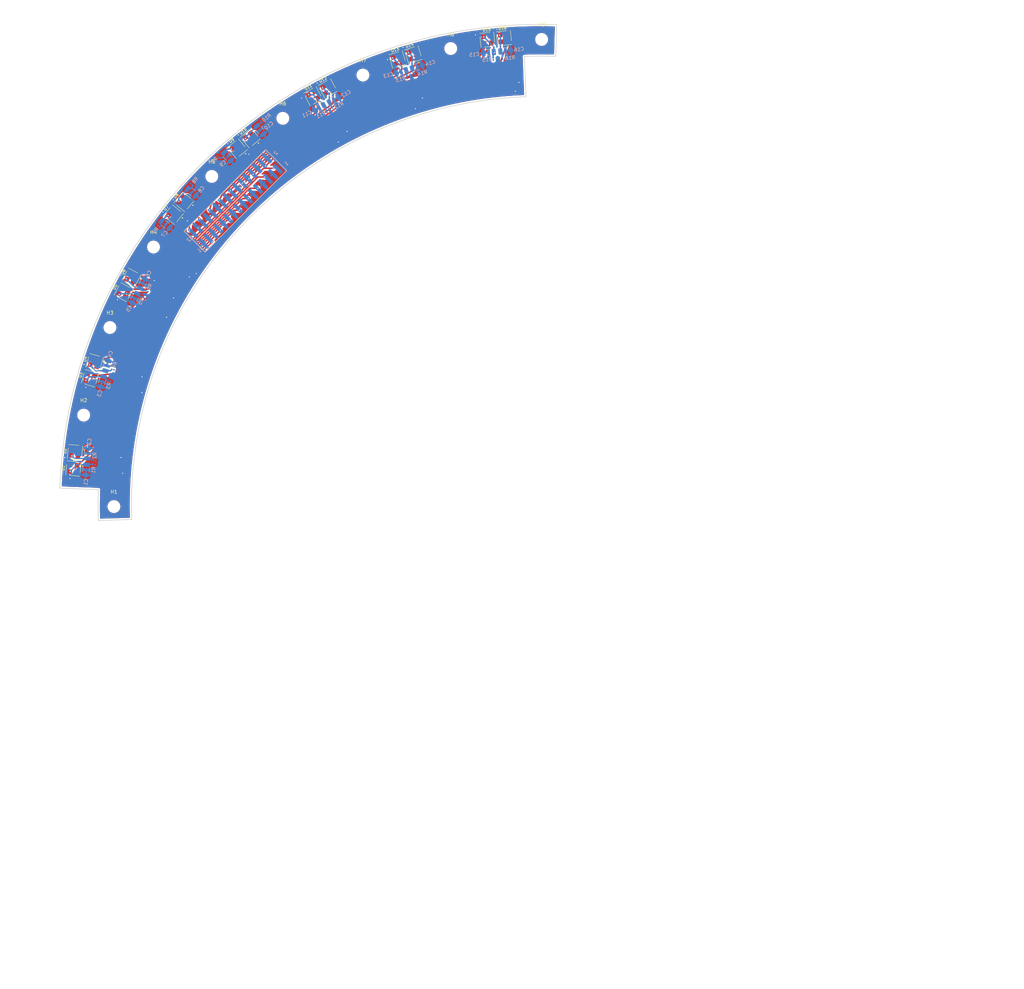
<source format=kicad_pcb>
(kicad_pcb (version 20240108) (generator "pcbnew") (generator_version "8.0")
  (layers (0 "F.Cu" signal) (1 "In1.Cu" signal) (2 "In2.Cu" signal) (31 "B.Cu" signal) (34 "B.Paste" user) (35 "F.Paste" user) (36 "B.SilkS" user "B.Silkscreen") (37 "F.SilkS" user "F.Silkscreen") (38 "B.Mask" user) (39 "F.Mask" user) (44 "Edge.Cuts" user))
  (net 0 "")
  (net 1 "Net-(C1-Pad1)")
  (net 2 "GND")
  (net 4 "PW_2")
  (net 8 "PW_1")
  (net 20 "+HV")
  (net 23 "Net-(C2-Pad1)")
  (net 24 "unconnected-(U2-Pad4)")
  (net 25 "Net-(C3-Pad1)")
  (net 26 "Net-(C4-Pad1)")
  (net 27 "Net-(C5-Pad1)")
  (net 28 "Net-(C6-Pad1)")
  (net 29 "Net-(C7-Pad1)")
  (net 30 "Net-(C8-Pad1)")
  (net 31 "Net-(C9-Pad1)")
  (net 32 "Net-(C10-Pad1)")
  (net 33 "Net-(C11-Pad1)")
  (net 34 "Net-(C12-Pad1)")
  (net 35 "Net-(C13-Pad1)")
  (net 36 "Net-(C14-Pad1)")
  (net 37 "Net-(C15-Pad1)")
  (net 38 "Net-(C16-Pad1)")
  (net 39 "PW_13")
  (net 40 "PW_16")
  (net 41 "PW_5")
  (net 42 "PW_6")
  (net 43 "PW_11")
  (net 44 "PW_15")
  (net 45 "PW_3")
  (net 46 "PW_10")
  (net 47 "PW_12")
  (net 48 "PW_9")
  (net 49 "PW_14")
  (net 50 "PW_4")
  (net 51 "PW_8")
  (net 52 "PW_7")
  (footprint "SiPM_Onsemi:XDCR_MICROFC-30035-SMT-TR1" (layer "F.Cu") (at 147.960494 42.343192 106.85)
    (property "Reference" "U13")
    (property "Value" "MICROFC-30035-SMT-TR1" (hide yes))
  )
  (footprint "SiPM_Onsemi:XDCR_MICROFC-30035-SMT-TR1" (layer "F.Cu") (at 72.064805 104.563514 151.85)
    (property "Reference" "U6")
    (property "Value" "MICROFC-30035-SMT-TR1" (hide yes))
  )
  (footprint "SiPM_Onsemi:XDCR_MICROFC-30035-SMT-TR1" (layer "F.Cu") (at 87.017549 82.967126 140.6)
    (property "Reference" "U8")
    (property "Value" "MICROFC-30035-SMT-TR1" (hide yes))
  )
  (footprint "MountingHole:MountingHole_3.2mm_M3" (layer "F.Cu") (at 189.076109 36.610472)
    (property "Reference" "H9")
    (property "Value" "MountingHole")
  )
  (footprint "MountingHole:MountingHole_3.2mm_M3" (layer "F.Cu") (at 58.447621 143.774129)
    (property "Reference" "H2")
    (property "Value" "MountingHole")
  )
  (footprint "SiPM_Onsemi:XDCR_MICROFC-30035-SMT-TR1" (layer "F.Cu") (at 123.897225 52.799477 118.1)
    (property "Reference" "U11")
    (property "Value" "MICROFC-30035-SMT-TR1" (hide yes))
  )
  (footprint "SiPM_Onsemi:XDCR_MICROFC-30035-SMT-TR1" (layer "F.Cu") (at 178.339499 36.227902 95.6)
    (property "Reference" "U16")
    (property "Value" "MICROFC-30035-SMT-TR1" (hide yes))
  )
  (footprint "MountingHole:MountingHole_3.2mm_M3" (layer "F.Cu") (at 138.101668 46.77424)
    (property "Reference" "H7")
    (property "Value" "MountingHole")
  )
  (footprint "MountingHole:MountingHole_3.2mm_M3" (layer "F.Cu") (at 78.367506 95.825704)
    (property "Reference" "H4")
    (property "Value" "MountingHole")
  )
  (footprint "SiPM_Onsemi:XDCR_MICROFC-30035-SMT-TR1" (layer "F.Cu") (at 152.466846 40.94296 106.85)
    (property "Reference" "U14")
    (property "Value" "MICROFC-30035-SMT-TR1" (hide yes))
  )
  (footprint "SiPM_Onsemi:XDCR_MICROFC-30035-SMT-TR1" (layer "F.Cu") (at 84.04165 86.595814 140.6)
    (property "Reference" "U7")
    (property "Value" "MICROFC-30035-SMT-TR1" (hide yes))
  )
  (footprint "SiPM_Onsemi:XDCR_MICROFC-30035-SMT-TR1" (layer "F.Cu") (at 173.600389 36.68935 95.6)
    (property "Reference" "U15")
    (property "Value" "MICROFC-30035-SMT-TR1" (hide yes))
  )
  (footprint "MountingHole:MountingHole_3.2mm_M3" (layer "F.Cu") (at 115.249462 59.112128)
    (property "Reference" "H6")
    (property "Value" "MountingHole")
  )
  (footprint "SiPM_Onsemi:XDCR_MICROFC-30035-SMT-TR1" (layer "F.Cu") (at 128.039263 50.574328 118.1)
    (property "Reference" "U12")
    (property "Value" "MICROFC-30035-SMT-TR1" (hide yes))
  )
  (footprint "SiPM_Onsemi:XDCR_MICROFC-30035-SMT-TR1" (layer "F.Cu") (at 60.267027 133.256102 164.1)
    (property "Reference" "U3")
    (property "Value" "MICROFC-30035-SMT-TR1" (hide yes))
  )
  (footprint "SiPM_Onsemi:XDCR_MICROFC-30035-SMT-TR1" (layer "F.Cu") (at 55.959496 154.349003 174.4)
    (property "Reference" "U2")
    (property "Value" "MICROFC-30035-SMT-TR1" (hide yes))
  )
  (footprint "MountingHole:MountingHole_3.2mm_M3" (layer "F.Cu") (at 163.152558 39.207572)
    (property "Reference" "H8")
    (property "Value" "MountingHole")
  )
  (footprint "SiPM_Onsemi:XDCR_MICROFC-30035-SMT-TR1" (layer "F.Cu") (at 69.846413 108.709675 151.85)
    (property "Reference" "U5")
    (property "Value" "MICROFC-30035-SMT-TR1" (hide yes))
  )
  (footprint "SiPM_Onsemi:XDCR_MICROFC-30035-SMT-TR1" (layer "F.Cu") (at 105.948941 64.733666 129.35)
    (property "Reference" "U10")
    (property "Value" "MICROFC-30035-SMT-TR1" (hide yes))
  )
  (footprint "SiPM_Onsemi:XDCR_MICROFC-30035-SMT-TR1" (layer "F.Cu") (at 102.272635 67.765432 129.35)
    (property "Reference" "U9")
    (property "Value" "MICROFC-30035-SMT-TR1" (hide yes))
  )
  (footprint "MountingHole:MountingHole_3.2mm_M3" (layer "F.Cu") (at 94.99423 75.689761)
    (property "Reference" "H5")
    (property "Value" "MountingHole")
  )
  (footprint "MountingHole:MountingHole_3.2mm_M3" (layer "F.Cu") (at 67.076109 169.860472)
    (property "Reference" "H1")
    (property "Value" "MountingHole")
  )
  (footprint "MountingHole:MountingHole_3.2mm_M3" (layer "F.Cu") (at 65.939743 118.7887)
    (property "Reference" "H3")
    (property "Value" "MountingHole")
  )
  (footprint "SiPM_Onsemi:XDCR_MICROFC-30035-SMT-TR1" (layer "F.Cu") (at 61.550762 128.697028 164.1)
    (property "Reference" "U4")
    (property "Value" "MICROFC-30035-SMT-TR1" (hide yes))
  )
  (footprint "SiPM_Onsemi:XDCR_MICROFC-30035-SMT-TR1" (layer "F.Cu") (at 55.502195 159.003395 174.4)
    (property "Reference" "U1")
    (property "Value" "MICROFC-30035-SMT-TR1" (hide yes))
  )
  (footprint "Capacitor_SMD:C_1206_3216Metric" (layer "B.Cu") (at 178.793944 39.894801 5.601)
    (property "Reference" "C16")
    (property "Value" "100n/50V")
  )
  (footprint "Capacitor_SMD:C_1206_3216Metric" (layer "B.Cu") (at 99.419339 70.032967 -50.65)
    (property "Reference" "C9")
    (property "Value" "100n/50V")
  )
  (footprint "Resistor_SMD:R_0201_0603Metric" (layer "B.Cu") (at 152.961768 46.789088 106.851)
    (property "Reference" "R14")
    (property "Value" "1K" (hide yes))
  )
  (footprint "Resistor_SMD:R_0201_0603Metric" (layer "B.Cu") (at 61.394555 157.839129 174.35)
    (property "Reference" "R1")
    (property "Value" "1K" (hide yes))
  )
  (footprint "Capacitor_SMD:C_1206_3216Metric" (layer "B.Cu") (at 59.604909 154.671582 84.351)
    (property "Reference" "C2")
    (property "Value" "100n/50V" (hide yes))
  )
  (footprint "Capacitor_SMD:C_1206_3216Metric" (layer "B.Cu") (at 89.298792 80.169677 -39.4)
    (property "Reference" "C8")
    (property "Value" "100n/50V")
  )
  (footprint "Resistor_SMD:R_0201_0603Metric" (layer "B.Cu") (at 177.896245 41.931547 95.6)
    (property "Reference" "R16")
    (property "Value" "1K")
  )
  (footprint "Resistor_SMD:R_0201_0603Metric" (layer "B.Cu") (at 96.794858 70.127256 -50.65)
    (property "Reference" "R9")
    (property "Value" "1K")
  )
  (footprint "Capacitor_SMD:C_1206_3216Metric" (layer "B.Cu") (at 153.541594 44.458026 16.85)
    (property "Reference" "C14")
    (property "Value" "100n/50V")
  )
  (footprint "Resistor_SMD:R_0201_0603Metric" (layer "B.Cu") (at 175.272687 42.180748 95.6)
    (property "Reference" "R15")
    (property "Value" "1K")
  )
  (footprint "Resistor_SMD:R_0201_0603Metric" (layer "B.Cu") (at 129.576109 56.360472 118.1)
    (property "Reference" "R12")
    (property "Value" "1K" (hide yes))
  )
  (footprint "Resistor_SMD:R_0201_0603Metric" (layer "B.Cu") (at 75.347276 110.217626 151.85)
    (property "Reference" "R5")
    (property "Value" "1K")
  )
  (footprint "Capacitor_SMD:C_1206_3216Metric" (layer "B.Cu") (at 75.267405 106.264103 61.85)
    (property "Reference" "C6")
    (property "Value" "100n/50V")
  )
  (footprint "Capacitor_SMD:C_1206_3216Metric" (layer "B.Cu") (at 73.012921 110.43997 -118.15)
    (property "Reference" "C5")
    (property "Value" "100n/50V")
  )
  (footprint "Resistor_SMD:R_0201_0603Metric" (layer "B.Cu") (at 76.452515 108.369209 151.85)
    (property "Reference" "R6")
    (property "Value" "1K")
  )
  (footprint "Capacitor_SMD:C_1206_3216Metric" (layer "B.Cu") (at 63.726765 134.250515 -105.9)
    (property "Reference" "C3")
    (property "Value" "100n/50V")
  )
  (footprint "Capacitor_SMD:C_1206_3216Metric" (layer "B.Cu") (at 129.829487 53.819538 28.1)
    (property "Reference" "C12")
    (property "Value" "100n/50V")
  )
  (footprint "Resistor_SMD:R_0201_0603Metric" (layer "B.Cu") (at 65.835213 134.103626 164.1)
    (property "Reference" "R3")
    (property "Value" "1K")
  )
  (footprint "Capacitor_SMD:C_1206_3216Metric" (layer "B.Cu") (at 108.750802 62.46423 -50.65)
    (property "Reference" "C10")
    (property "Value" "100n/50V")
  )
  (footprint "Resistor_SMD:R_0201_0603Metric" (layer "B.Cu") (at 89.208077 77.880946 -39.4)
    (property "Reference" "R8")
    (property "Value" "1K")
  )
  (footprint "Resistor_SMD:R_0201_0603Metric" (layer "B.Cu") (at 127.748936 57.273441 118.9)
    (property "Reference" "R11")
    (property "Value" "1K")
  )
  (footprint "Resistor_SMD:R_0201_0603Metric" (layer "B.Cu") (at 109.158934 60.03221 -50.65)
    (property "Reference" "R10")
    (property "Value" "1K")
  )
  (footprint "Resistor_SMD:R_0201_0603Metric" (layer "B.Cu") (at 66.768352 130.772806 164.1)
    (property "Reference" "R4")
    (property "Value" "1K")
  )
  (footprint "Capacitor_SMD:C_1206_3216Metric" (layer "B.Cu") (at 59.138169 159.383521 -95.65)
    (property "Reference" "C1")
    (property "Value" "100n/50V" (hide yes))
  )
  (footprint "Capacitor_SMD:C_1206_3216Metric" (layer "B.Cu") (at 149.003095 45.817704 -163.15)
    (property "Reference" "C13")
    (property "Value" "100n/50V" (hide yes))
  )
  (footprint "Resistor_SMD:R_0201_0603Metric" (layer "B.Cu") (at 150.721 47.425471 106.85)
    (property "Reference" "R13")
    (property "Value" "1K")
  )
  (footprint "Capacitor_SMD:C_1206_3216Metric" (layer "B.Cu") (at 81.785257 89.402806 -39.4)
    (property "Reference" "C7")
    (property "Value" "100n/50V")
  )
  (footprint "Resistor_SMD:R_0201_0603Metric" (layer "B.Cu") (at 79.789912 89.913479 -39.4)
    (property "Reference" "R7")
    (property "Value" "1K")
  )
  (footprint "Resistor_SMD:R_0201_0603Metric" (layer "B.Cu") (at 61.553769 156.755909 174.35)
    (property "Reference" "R2")
    (property "Value" "1K")
  )
  (footprint "Capacitor_SMD:C_1206_3216Metric" (layer "B.Cu") (at 173.95616 40.349822 -174.4)
    (property "Reference" "C15")
    (property "Value" "100n/50V")
  )
  (footprint "Capacitor_SMD:C_1206_3216Metric" (layer "B.Cu") (at 125.601771 56.075123 -151.9)
    (property "Reference" "C11")
    (property "Value" "100n/50V" (hide yes))
  )
  (footprint "SiPM_Onsemi:SAMTEC-TMM-116-01-X-D-SM" (layer "B.Cu") (at 101.706395 82.662331 -135)
    (property "Reference" "J1" (hide yes))
    (property "Value" "SAMTEC-TMM-116-01-X-D-SM")
  )
  (footprint "Capacitor_SMD:C_1206_3216Metric" (layer "B.Cu") (at 65.033517 129.689893 74.1)
    (property "Reference" "C4")
    (property "Value" "100n/50V")
  )
  (gr_arc (start 184.163443 41.454353) (mid 188.629246 41.360866) (end 193.095592 41.42329) (stroke (width 0.2)) (layer "Edge.Cuts"))
  (gr_line (start 62.638529 173.833933) (end 72.133841 173.535531) (stroke (width 0.2)) (layer "Edge.Cuts"))
  (gr_arc (start 72.133842 173.535531) (mid 103.391051 89.944072) (end 184.604908 52.946036) (stroke (width 0.2)) (layer "Edge.Cuts"))
  (gr_line (start 62.668778 165.01934) (end 51.676886 164.597074) (stroke (width 0.2)) (layer "Edge.Cuts"))
  (gr_line (start 184.163443 41.454353) (end 184.604908 52.946036) (stroke (width 0.2)) (layer "Edge.Cuts"))
  (gr_arc (start 51.676887 164.597074) (mid 95.154421 69.165081) (end 193.378289 32.42773) (stroke (width 0.2)) (layer "Edge.Cuts"))
  (gr_arc (start 62.638529 173.833933) (mid 62.576724 169.426373) (end 62.668778 165.01934) (stroke (width 0.2)) (layer "Edge.Cuts"))
  (gr_line (start 193.378289 32.42773) (end 193.095592 41.423289) (stroke (width 0.2)) (layer "Edge.Cuts"))
  (via blind (at 54.576109 159.860472) (size 0.6) (drill 0.3) (layers "F.Cu" "B.Cu") (net 1))
  (segment (start 61.076109 157.807624) (end 59.391447 157.807624) (width 0.33) (layer "B.Cu") (net 1))
  (segment (start 59.283384 157.915687) (end 56.520894 157.915687) (width 0.33) (layer "B.Cu") (net 1))
  (segment (start 59.391447 157.807624) (end 59.283384 157.915687) (width 0.33) (layer "B.Cu") (net 1))
  (segment (start 56.520894 157.915687) (end 54.576109 159.860472) (width 0.33) (layer "B.Cu") (net 1))
  (via (at 69.076109 155.860472) (size 0.6) (drill 0.3) (layers "F.Cu" "B.Cu") (net 2))
  (via (at 176.334683 33.72943) (size 0.6) (drill 0.3) (layers "F.Cu" "B.Cu") (net 2))
  (via (at 75.076109 137.360472) (size 0.6) (drill 0.3) (layers "F.Cu" "B.Cu") (net 2))
  (via (at 81.076109 85.860472) (size 0.6) (drill 0.3) (layers "F.Cu" "B.Cu") (net 2))
  (via (at 69.076109 103.860472) (size 0.6) (drill 0.3) (layers "F.Cu" "B.Cu") (net 2))
  (via (at 88.576109 104.360472) (size 0.6) (drill 0.3) (layers "F.Cu" "B.Cu") (net 2))
  (via (at 68.076109 110.860472) (size 0.6) (drill 0.3) (layers "F.Cu" "B.Cu") (net 2))
  (via (at 120.576109 53.360472) (size 0.6) (drill 0.3) (layers "F.Cu" "B.Cu") (net 2))
  (via (at 90.576109 103.360472) (size 0.6) (drill 0.3) (layers "F.Cu" "B.Cu") (net 2))
  (via (at 58.576109 129.360472) (size 0.6) (drill 0.3) (layers "F.Cu" "B.Cu") (net 2))
  (via (at 69.576109 160.360472) (size 0.6) (drill 0.3) (layers "F.Cu" "B.Cu") (net 2))
  (via (at 181.576109 51.360472) (size 0.6) (drill 0.3) (layers "F.Cu" "B.Cu") (net 2))
  (via (at 54.576109 161.860472) (size 0.6) (drill 0.3) (layers "F.Cu" "B.Cu") (net 2))
  (via (at 105.576109 69.360472) (size 0.6) (drill 0.3) (layers "F.Cu" "B.Cu") (net 2))
  (via (at 182.576109 48.860472) (size 0.6) (drill 0.3) (layers "F.Cu" "B.Cu") (net 2))
  (via (at 59.076109 135.860472) (size 0.6) (drill 0.3) (layers "F.Cu" "B.Cu") (net 2))
  (via (at 59.576109 152.860472) (size 0.6) (drill 0.3) (layers "F.Cu" "B.Cu") (net 2))
  (via (at 133.576109 62.860472) (size 0.6) (drill 0.3) (layers "F.Cu" "B.Cu") (net 2))
  (via (at 155.076109 53.360472) (size 0.6) (drill 0.3) (layers "F.Cu" "B.Cu") (net 2))
  (via (at 71.576109 112.860472) (size 0.6) (drill 0.3) (layers "F.Cu" "B.Cu") (net 2))
  (via (at 145.076109 42.360472) (size 0.6) (drill 0.3) (layers "F.Cu" "B.Cu") (net 2))
  (via (at 91.076109 90.360472) (size 0.6) (drill 0.3) (layers "F.Cu" "B.Cu") (net 2))
  (via (at 94.576109 86.860472) (size 0.6) (drill 0.3) (layers "F.Cu" "B.Cu") (net 2))
  (via (at 53.076109 155.860472) (size 0.6) (drill 0.3) (layers "F.Cu" "B.Cu") (net 2))
  (via (at 99.576109 66.360472) (size 0.6) (drill 0.3) (layers "F.Cu" "B.Cu") (net 2))
  (via (at 88.076109 88.360472) (size 0.6) (drill 0.3) (layers "F.Cu" "B.Cu") (net 2))
  (via (at 131.076109 65.860472) (size 0.6) (drill 0.3) (layers "F.Cu" "B.Cu") (net 2))
  (via (at 105.576109 76.360472) (size 0.6) (drill 0.3) (layers "F.Cu" "B.Cu") (net 2))
  (via (at 103.076109 78.860472) (size 0.6) (drill 0.3) (layers "F.Cu" "B.Cu") (net 2))
  (via (at 75.076109 132.860472) (size 0.6) (drill 0.3) (layers "F.Cu" "B.Cu") (net 2))
  (via (at 97.076109 83.860472) (size 0.6) (drill 0.3) (layers "F.Cu" "B.Cu") (net 2))
  (via (at 84.076109 82.360472) (size 0.6) (drill 0.3) (layers "F.Cu" "B.Cu") (net 2))
  (via (at 82.076109 115.860472) (size 0.6) (drill 0.3) (layers "F.Cu" "B.Cu") (net 2))
  (via (at 125.088038 49.089776) (size 0.6) (drill 0.3) (layers "F.Cu" "B.Cu") (net 2))
  (via (at 170.209956 35.293898) (size 0.6) (drill 0.3) (layers "F.Cu" "B.Cu") (net 2))
  (via (at 84.076109 110.360472) (size 0.6) (drill 0.3) (layers "F.Cu" "B.Cu") (net 2))
  (via (at 153.076109 56.360472) (size 0.6) (drill 0.3) (layers "F.Cu" "B.Cu") (net 2))
  (via (at 149.576109 38.860472) (size 0.6) (drill 0.3) (layers "F.Cu" "B.Cu") (net 2))
  (via (at 78.576109 105.360472) (size 0.6) (drill 0.3) (layers "F.Cu" "B.Cu") (net 2))
  (via (at 102.576109 63.860472) (size 0.6) (drill 0.3) (layers "F.Cu" "B.Cu") (net 2))
  (segment (start 59.576109 152.860472) (end 59.419382 153.203745) (width 0.42) (layer "B.Cu") (net 2))
  (segment (start 59.750098 153.203745) (end 59.576109 152.860472) (width 0.42) (layer "B.Cu") (net 2))
  (segment (start 59.419382 153.203745) (end 59.076109 152.860472) (width 0.42) (layer "B.Cu") (net 2))
  (segment (start 64.735167 148.774243) (end 57.03045 153.469311) (width 0.42) (layer "F.Cu") (net 4))
  (segment (start 64.823942 148.360472) (end 64.735167 148.774243) (width 0.42) (layer "F.Cu") (net 4))
  (segment (start 97.363977 91.14834) (end 72.081836 116.366199) (width 0.42) (layer "F.Cu") (net 4))
  (segment (start 72.081836 116.366199) (end 64.823942 148.360472) (width 0.42) (layer "F.Cu") (net 4))
  (via (at 97.363977 91.14834) (size 0.6) (drill 0.3) (layers "F.Cu" "B.Cu") (net 4))
  (segment (start 56.812878 158.123703) (end 56.573149 158.123703) (width 0.42) (layer "F.Cu") (net 8))
  (segment (start 72.826109 116.610472) (end 65.326109 149.610472) (width 0.42) (layer "F.Cu") (net 8))
  (segment (start 56.573149 158.123703) (end 56.580559 158.131113) (width 0.42) (layer "F.Cu") (net 8))
  (segment (start 65.326109 149.610472) (end 56.812878 158.123703) (width 0.42) (layer "F.Cu") (net 8))
  (segment (start 95.076109 94.360472) (end 72.826109 116.610472) (width 0.42) (layer "F.Cu") (net 8))
  (via (at 95.076109 94.360472) (size 0.6) (drill 0.3) (layers "F.Cu" "B.Cu") (net 8))
  (via blind (at 55.076109 155.360472) (size 0.6) (drill 0.3) (layers "F.Cu" "B.Cu") (net 23))
  (segment (start 61.062567 156.695007) (end 60.506979 156.139419) (width 0.33) (layer "B.Cu") (net 23))
  (segment (start 55.855056 156.139419) (end 55.076109 155.360472) (width 0.33) (layer "B.Cu") (net 23))
  (segment (start 60.506979 156.139419) (end 59.45972 156.139419) (width 0.33) (layer "B.Cu") (net 23))
  (segment (start 59.45972 156.139419) (end 55.855056 156.139419) (width 0.33) (layer "B.Cu") (net 23))
  (segment (start 56.839188 155.419957) (end 57.502404 155.419957) (width 0.2) (layer "F.Cu") (net 24))
  (via (at 59.076109 133.860472) (size 0.6) (drill 0.3) (layers "F.Cu" "B.Cu") (net 25))
  (segment (start 64.130854 132.831947) (end 60.104634 132.831947) (width 0.42) (layer "B.Cu") (net 25))
  (segment (start 60.104634 132.831947) (end 59.076109 133.860472) (width 0.42) (layer "B.Cu") (net 25))
  (segment (start 65.314866 134.015959) (end 64.130854 132.831947) (width 0.42) (layer "B.Cu") (net 25))
  (segment (start 65.527456 134.015959) (end 65.314866 134.015959) (width 0.42) (layer "B.Cu") (net 25))
  (via (at 60.076109 129.360472) (size 0.6) (drill 0.3) (layers "F.Cu" "B.Cu") (net 26))
  (segment (start 66.119612 131.108461) (end 64.629428 131.108461) (width 0.42) (layer "B.Cu") (net 26))
  (segment (start 61.824098 131.108461) (end 60.076109 129.360472) (width 0.42) (layer "B.Cu") (net 26))
  (segment (start 64.629428 131.108461) (end 61.824098 131.108461) (width 0.42) (layer "B.Cu") (net 26))
  (segment (start 66.367601 130.860472) (end 66.119612 131.108461) (width 0.42) (layer "B.Cu") (net 26))
  (via (at 68.576109 109.360472) (size 0.6) (drill 0.3) (layers "F.Cu" "B.Cu") (net 27))
  (segment (start 73.708798 109.139441) (end 68.79714 109.139441) (width 0.42) (layer "B.Cu") (net 27))
  (segment (start 74.636013 110.066656) (end 73.708798 109.139441) (width 0.42) (layer "B.Cu") (net 27))
  (segment (start 75.065127 110.066656) (end 74.636013 110.066656) (width 0.42) (layer "B.Cu") (net 27))
  (segment (start 68.79714 109.139441) (end 68.576109 109.360472) (width 0.42) (layer "B.Cu") (net 27))
  (via (at 70.576109 104.860472) (size 0.6) (drill 0.3) (layers "F.Cu" "B.Cu") (net 28))
  (segment (start 74.571527 107.564633) (end 73.28027 107.564633) (width 0.42) (layer "B.Cu") (net 28))
  (segment (start 76.170366 108.218239) (end 75.225133 108.218239) (width 0.42) (layer "B.Cu") (net 28))
  (segment (start 73.28027 107.564633) (end 70.576109 104.860472) (width 0.42) (layer "B.Cu") (net 28))
  (segment (start 75.225133 108.218239) (end 74.571527 107.564633) (width 0.42) (layer "B.Cu") (net 28))
  (via (at 82.576109 86.860472) (size 0.6) (drill 0.3) (layers "F.Cu" "B.Cu") (net 29))
  (segment (start 82.251581 86.860472) (end 82.576109 86.860472) (width 0.42) (layer "B.Cu") (net 29))
  (segment (start 80.645474 88.466579) (end 82.251581 86.860472) (width 0.42) (layer "B.Cu") (net 29))
  (segment (start 80.645474 89.508306) (end 80.645474 88.466579) (width 0.42) (layer "B.Cu") (net 29))
  (segment (start 80.037187 90.116593) (end 80.645474 89.508306) (width 0.42) (layer "B.Cu") (net 29))
  (via (at 85.576109 82.860472) (size 0.6) (drill 0.3) (layers "F.Cu" "B.Cu") (net 30))
  (segment (start 88.159009 79.23345) (end 85.576109 81.81635) (width 0.42) (layer "B.Cu") (net 30))
  (segment (start 89.455352 78.739715) (end 88.961617 79.23345) (width 0.42) (layer "B.Cu") (net 30))
  (segment (start 88.961617 79.23345) (end 88.159009 79.23345) (width 0.42) (layer "B.Cu") (net 30))
  (segment (start 85.576109 81.81635) (end 85.576109 82.860472) (width 0.42) (layer "B.Cu") (net 30))
  (segment (start 89.455352 78.08406) (end 89.455352 78.739715) (width 0.42) (layer "B.Cu") (net 30))
  (via (at 100.576109 67.860472) (size 0.6) (drill 0.3) (layers "F.Cu" "B.Cu") (net 31))
  (segment (start 98.484106 68.892368) (end 98.808542 68.567932) (width 0.42) (layer "B.Cu") (net 31))
  (segment (start 99.076109 68.860472) (end 99.278222 68.567932) (width 0.42) (layer "B.Cu") (net 31))
  (segment (start 99.278222 68.098252) (end 99.516002 67.860472) (width 0.42) (layer "B.Cu") (net 31))
  (segment (start 96.997756 70.374708) (end 98.061873 70.374708) (width 0.42) (layer "B.Cu") (net 31))
  (segment (start 98.061873 70.374708) (end 98.484106 69.952475) (width 0.42) (layer "B.Cu") (net 31))
  (segment (start 99.516002 67.860472) (end 100.576109 67.860472) (width 0.42) (layer "B.Cu") (net 31))
  (segment (start 99.278222 68.567932) (end 99.278222 68.098252) (width 0.42) (layer "B.Cu") (net 31))
  (segment (start 98.808542 68.567932) (end 99.076109 68.860472) (width 0.42) (layer "B.Cu") (net 31))
  (segment (start 98.484106 69.952475) (end 98.484106 68.892368) (width 0.42) (layer "B.Cu") (net 31))
  (via (at 104.576109 64.860472) (size 0.6) (drill 0.3) (layers "F.Cu" "B.Cu") (net 32))
  (segment (start 108.076109 61.063091) (end 108.679045 60.460155) (width 0.42) (layer "B.Cu") (net 32))
  (segment (start 104.576109 64.563091) (end 104.576109 64.860472) (width 0.42) (layer "B.Cu") (net 32))
  (segment (start 108.679045 60.460155) (end 109.19945 60.460155) (width 0.42) (layer "B.Cu") (net 32))
  (segment (start 107.778728 61.360472) (end 108.076109 61.360472) (width 0.42) (layer "B.Cu") (net 32))
  (segment (start 107.815569 61.323631) (end 104.576109 64.563091) (width 0.42) (layer "B.Cu") (net 32))
  (segment (start 107.815569 61.323631) (end 107.778728 61.360472) (width 0.42) (layer "B.Cu") (net 32))
  (segment (start 108.076109 61.360472) (end 108.076109 61.063091) (width 0.42) (layer "B.Cu") (net 32))
  (via (at 122.576109 52.360472) (size 0.6) (drill 0.3) (layers "F.Cu" "B.Cu") (net 33))
  (segment (start 127.554223 56.872554) (end 127.554223 56.031695) (width 0.42) (layer "B.Cu") (net 33))
  (segment (start 123.883 52.360472) (end 122.576109 52.360472) (width 0.42) (layer "B.Cu") (net 33))
  (segment (start 127.554223 56.031695) (end 126.902908 55.38038) (width 0.42) (layer "B.Cu") (net 33))
  (segment (start 126.902908 55.38038) (end 123.883 52.360472) (width 0.42) (layer "B.Cu") (net 33))
  (via (at 126.576109 50.360472) (size 0.6) (drill 0.3) (layers "F.Cu" "B.Cu") (net 34))
  (segment (start 128.52835 55.141631) (end 129.352561 55.965842) (width 0.42) (layer "B.Cu") (net 34))
  (segment (start 128.52835 52.312713) (end 126.576109 50.360472) (width 0.42) (layer "B.Cu") (net 34))
  (segment (start 128.52835 54.514281) (end 128.52835 52.312713) (width 0.42) (layer "B.Cu") (net 34))
  (segment (start 128.52835 54.514281) (end 128.52835 55.141631) (width 0.42) (layer "B.Cu") (net 34))
  (via (at 146.576109 41.860472) (size 0.6) (drill 0.3) (layers "F.Cu" "B.Cu") (net 35))
  (segment (start 150.105787 45.39015) (end 146.576109 41.860472) (width 0.42) (layer "B.Cu") (net 35))
  (segment (start 150.414769 45.39015) (end 150.105787 45.39015) (width 0.42) (layer "B.Cu") (net 35))
  (segment (start 150.628242 47.11921) (end 150.628242 45.603623) (width 0.42) (layer "B.Cu") (net 35))
  (segment (start 150.628242 45.603623) (end 150.414769 45.39015) (width 0.42) (layer "B.Cu") (net 35))
  (via (at 151.076109 40.360472) (size 0.6) (drill 0.3) (layers "F.Cu" "B.Cu") (net 36))
  (segment (start 152.12992 45.743744) (end 152.869005 46.482829) (width 0.35) (layer "B.Cu") (net 36))
  (segment (start 152.12992 41.414283) (end 151.076109 40.360472) (width 0.42) (layer "B.Cu") (net 36))
  (segment (start 152.12992 45.743744) (end 152.12992 44.88558) (width 0.35) (layer "B.Cu") (net 36))
  (segment (start 152.12992 44.88558) (end 152.12992 41.414283) (width 0.42) (layer "B.Cu") (net 36))
  (via (at 175.576109 40.360472) (size 0.6) (drill 0.3) (layers "F.Cu" "B.Cu") (net 37))
  (via (at 172.576109 35.860472) (size 0.6) (drill 0.3) (layers "F.Cu" "B.Cu") (net 37))
  (segment (start 175.42412 40.205887) (end 175.42412 38.708483) (width 0.42) (layer "B.Cu") (net 37))
  (segment (start 175.576109 40.360472) (end 175.576109 40.053898) (width 0.42) (layer "B.Cu") (net 37))
  (segment (start 175.42412 38.708483) (end 172.576109 35.860472) (width 0.42) (layer "B.Cu") (net 37))
  (segment (start 175.576109 40.053898) (end 175.42412 40.205887) (width 0.42) (layer "B.Cu") (net 37))
  (segment (start 175.24146 40.388547) (end 175.269535 40.360472) (width 0.42) (layer "B.Cu") (net 37))
  (segment (start 175.24146 41.862275) (end 175.24146 40.388547) (width 0.42) (layer "B.Cu") (net 37))
  (segment (start 175.269535 40.360472) (end 175.576109 40.360472) (width 0.42) (layer "B.Cu") (net 37))
  (via (at 177.076109 35.360472) (size 0.6) (drill 0.3) (layers "F.Cu" "B.Cu") (net 38))
  (segment (start 177.325987 35.61035) (end 177.325987 40.038762) (width 0.42) (layer "B.Cu") (net 38))
  (segment (start 177.865018 41.613074) (end 177.865018 40.577793) (width 0.42) (layer "B.Cu") (net 38))
  (segment (start 177.325987 35.61035) (end 177.076109 35.360472) (width 0.42) (layer "B.Cu") (net 38))
  (segment (start 177.865018 40.577793) (end 177.325987 40.038762) (width 0.42) (layer "B.Cu") (net 38))
  (segment (start 149.182489 45.254092) (end 149.182489 42.997048) (width 0.42) (layer "F.Cu") (net 39))
  (segment (start 129.818829 55.603192) (end 147.326109 47.110472) (width 0.42) (layer "F.Cu") (net 39))
  (segment (start 147.326109 47.110472) (end 149.182489 45.254092) (width 0.42) (layer "F.Cu") (net 39))
  (segment (start 100.25407 79.789287) (end 100.25407 79.587631) (width 0.42) (layer "F.Cu") (net 39))
  (segment (start 129.818829 55.603192) (end 110.028669 69.813032) (width 0.42) (layer "F.Cu") (net 39))
  (segment (start 100.25407 79.587631) (end 110.028669 69.813032) (width 0.42) (layer "F.Cu") (net 39))
  (via (at 100.25407 79.789287) (size 0.6) (drill 0.3) (layers "F.Cu" "B.Cu") (net 39))
  (segment (start 146.076109 50.360472) (end 177.076109 43.860472) (width 0.42) (layer "F.Cu") (net 40))
  (segment (start 112.926824 70.211187) (end 130.306372 58.090735) (width 0.42) (layer "F.Cu") (net 40))
  (segment (start 177.076109 43.860472) (end 179.410453 37.107594) (width 0.42) (layer "F.Cu") (net 40))
  (segment (start 130.306372 58.090735) (end 146.076109 50.360472) (width 0.42) (layer "F.Cu") (net 40))
  (segment (start 110.336298 72.700598) (end 112.926824 70.211187) (width 0.42) (layer "F.Cu") (net 40))
  (via (at 110.336298 72.700598) (size 0.6) (drill 0.3) (layers "F.Cu" "B.Cu") (net 40))
  (segment (start 110.336298 72.843166) (end 110.336298 72.700598) (width 0.2) (layer "B.Cu") (net 40))
  (segment (start 110.273828 72.780696) (end 110.336298 72.843166) (width 0.2) (layer "B.Cu") (net 40))
  (segment (start 110.19373 72.700598) (end 109.454109 71.960977) (width 0.2) (layer "B.Cu") (net 40))
  (segment (start 109.454109 71.960977) (end 109.389817 71.960977) (width 0.2) (layer "B.Cu") (net 40))
  (segment (start 110.336298 72.700598) (end 110.19373 72.700598) (width 0.2) (layer "B.Cu") (net 40))
  (segment (start 77.894129 107.860472) (end 103.752271 82.00233) (width 0.42) (layer "F.Cu") (net 41))
  (segment (start 71.620309 107.860472) (end 77.894129 107.860472) (width 0.42) (layer "F.Cu") (net 41))
  (segment (start 71.172841 108.30794) (end 71.620309 107.860472) (width 0.42) (layer "F.Cu") (net 41))
  (segment (start 103.752271 82.00233) (end 105.394714 82.00233) (width 0.42) (layer "F.Cu") (net 41))
  (via (at 105.394714 82.00233) (size 0.6) (drill 0.3) (layers "F.Cu" "B.Cu") (net 41))
  (segment (start 73.391233 104.161779) (end 80.71601 104.161779) (width 0.42) (layer "F.Cu") (net 42))
  (segment (start 80.71601 104.161779) (end 105.805692 79.072097) (width 0.42) (layer "F.Cu") (net 42))
  (segment (start 105.805692 79.072097) (end 108.101692 79.072097) (width 0.42) (layer "F.Cu") (net 42))
  (via (at 108.101692 79.072097) (size 0.6) (drill 0.3) (layers "F.Cu" "B.Cu") (net 42))
  (segment (start 125.038789 57.30766) (end 125.223301 53.20237) (width 0.42) (layer "F.Cu") (net 43))
  (segment (start 110.062184 67.846547) (end 125.038789 57.30766) (width 0.42) (layer "F.Cu") (net 43))
  (segment (start 110.062184 67.846547) (end 94.985223 82.923509) (width 0.42) (layer "F.Cu") (net 43))
  (segment (start 94.985223 82.923509) (end 94.364795 85.261471) (width 0.42) (layer "F.Cu") (net 43))
  (via (at 94.364795 85.261471) (size 0.6) (drill 0.3) (layers "F.Cu" "B.Cu") (net 43))
  (segment (start 94.364795 85.261471) (end 95.247682 86.103113) (width 0.42) (layer "B.Cu") (net 43))
  (segment (start 130.356576 57.140939) (end 145.797613 49.6597) (width 0.42) (layer "F.Cu") (net 44))
  (segment (start 145.797613 49.6597) (end 171.076109 43.860472) (width 0.42) (layer "F.Cu") (net 44))
  (segment (start 106.787064 75.073541) (end 111.841067 70.12543) (width 0.42) (layer "F.Cu") (net 44))
  (segment (start 130.356576 57.140939) (end 111.841067 70.12543) (width 0.42) (layer "F.Cu") (net 44))
  (segment (start 171.076109 43.860472) (end 174.671343 37.569042) (width 0.42) (layer "F.Cu") (net 44))
  (via (at 106.787064 75.073541) (size 0.6) (drill 0.3) (layers "F.Cu" "B.Cu") (net 44))
  (segment (start 100.119626 88.189156) (end 99.319069 88.189156) (width 0.42) (layer "F.Cu") (net 45))
  (segment (start 99.319069 88.189156) (end 71.361931 116.146294) (width 0.42) (layer "F.Cu") (net 45))
  (segment (start 67.576109 131.860472) (end 61.478014 132.582076) (width 0.42) (layer "F.Cu") (net 45))
  (segment (start 62.171031 132.51555) (end 61.45925 132.51555) (width 0.42) (layer "F.Cu") (net 45))
  (segment (start 71.361931 116.146294) (end 67.576109 131.860472) (width 0.42) (layer "F.Cu") (net 45))
  (via (at 100.119626 88.189156) (size 0.6) (drill 0.3) (layers "F.Cu" "B.Cu") (net 45))
  (segment (start 107.328137 64.870113) (end 107.804247 65.346223) (width 0.42) (layer "F.Cu") (net 46))
  (segment (start 91.141795 87.426158) (end 91.576109 87.860472) (width 0.42) (layer "F.Cu") (net 46))
  (segment (start 107.804247 69.132334) (end 91.141795 85.794786) (width 0.42) (layer "F.Cu") (net 46))
  (segment (start 91.141795 85.794786) (end 91.141795 87.426158) (width 0.42) (layer "F.Cu") (net 46))
  (segment (start 107.804247 65.346223) (end 107.804247 69.132334) (width 0.42) (layer "F.Cu") (net 46))
  (via (at 91.576109 87.860472) (size 0.6) (drill 0.3) (layers "F.Cu" "B.Cu") (net 46))
  (segment (start 97.826109 81.110472) (end 97.184402 82.371786) (width 0.42) (layer "F.Cu") (net 47))
  (segment (start 129.576109 51.187991) (end 129.576109 54.860472) (width 0.42) (layer "F.Cu") (net 47))
  (segment (start 129.576109 54.860472) (end 109.479278 69.444238) (width 0.42) (layer "F.Cu") (net 47))
  (segment (start 129.365339 50.977221) (end 129.576109 51.187991) (width 0.42) (layer "F.Cu") (net 47))
  (segment (start 109.479278 69.444238) (end 97.826109 81.110472) (width 0.42) (layer "F.Cu") (net 47))
  (via (at 97.184402 82.371786) (size 0.6) (drill 0.3) (layers "F.Cu" "B.Cu") (net 47))
  (segment (start 103.651831 67.957565) (end 104.076109 68.381843) (width 0.42) (layer "F.Cu") (net 48))
  (segment (start 88.576109 89.360472) (end 88.576109 90.916158) (width 0.42) (layer "F.Cu") (net 48))
  (segment (start 104.076109 71.98366) (end 90.521795 85.537974) (width 0.42) (layer "F.Cu") (net 48))
  (segment (start 90.521795 87.414786) (end 88.576109 89.360472) (width 0.42) (layer "F.Cu") (net 48))
  (segment (start 90.521795 85.537974) (end 90.521795 87.414786) (width 0.42) (layer "F.Cu") (net 48))
  (segment (start 104.076109 68.381843) (end 104.076109 71.98366) (width 0.42) (layer "F.Cu") (net 48))
  (via (at 88.576109 90.916158) (size 0.6) (drill 0.3) (layers "F.Cu" "B.Cu") (net 48))
  (segment (start 103.717075 77.001438) (end 111.076566 69.860929) (width 0.42) (layer "F.Cu") (net 49))
  (segment (start 130.437274 56.221637) (end 111.076566 69.860929) (width 0.42) (layer "F.Cu") (net 49))
  (segment (start 130.437274 56.221637) (end 152.095192 45.642916) (width 0.42) (layer "F.Cu") (net 49))
  (segment (start 103.732963 77.617831) (end 103.717075 77.001438) (width 0.42) (layer "F.Cu") (net 49))
  (segment (start 152.095192 45.642916) (end 153.688841 41.596816) (width 0.42) (layer "F.Cu") (net 49))
  (via (at 103.732963 77.617831) (size 0.6) (drill 0.3) (layers "F.Cu" "B.Cu") (net 49))
  (segment (start 70.673525 115.957888) (end 67.973735 126.860472) (width 0.42) (layer "F.Cu") (net 50))
  (segment (start 67.973735 126.860472) (end 62.761749 128.023002) (width 0.42) (layer "F.Cu") (net 50))
  (segment (start 101.30931 85.322103) (end 70.673525 115.957888) (width 0.42) (layer "F.Cu") (net 50))
  (segment (start 102.891563 85.322103) (end 101.30931 85.322103) (width 0.42) (layer "F.Cu") (net 50))
  (via (at 102.891563 85.322103) (size 0.6) (drill 0.3) (layers "F.Cu" "B.Cu") (net 50))
  (segment (start 88.872933 86.063648) (end 86.076109 88.860472) (width 0.42) (layer "F.Cu") (net 51))
  (segment (start 88.872933 83.807952) (end 88.872933 86.063648) (width 0.42) (layer "F.Cu") (net 51))
  (segment (start 109.763693 73.360472) (end 112.576109 73.360472) (width 0.42) (layer "F.Cu") (net 51))
  (segment (start 89.763693 93.360472) (end 109.763693 73.360472) (width 0.42) (layer "F.Cu") (net 51))
  (segment (start 86.076109 90.860472) (end 88.576109 93.360472) (width 0.42) (layer "F.Cu") (net 51))
  (segment (start 88.396864 83.331883) (end 88.872933 83.807952) (width 0.42) (layer "F.Cu") (net 51))
  (segment (start 88.576109 93.360472) (end 89.763693 93.360472) (width 0.42) (layer "F.Cu") (net 51))
  (segment (start 86.076109 88.860472) (end 86.076109 90.860472) (width 0.42) (layer "F.Cu") (net 51))
  (via (at 112.576109 73.360472) (size 0.6) (drill 0.3) (layers "F.Cu" "B.Cu") (net 51))
  (segment (start 85.420965 88.330965) (end 85.420965 91.426576) (width 0.42) (layer "F.Cu") (net 52))
  (segment (start 85.771794 87.394444) (end 85.771794 87.980136) (width 0.42) (layer "F.Cu") (net 52))
  (segment (start 85.771794 87.980136) (end 85.420965 88.330965) (width 0.42) (layer "F.Cu") (net 52))
  (segment (start 85.420965 86.460571) (end 85.420965 87.043615) (width 0.42) (layer "F.Cu") (net 52))
  (segment (start 88.364861 94.370472) (end 89.630505 94.370472) (width 0.42) (layer "F.Cu") (net 52))
  (segment (start 108.140505 75.860472) (end 110.076109 75.860472) (width 0.42) (layer "F.Cu") (net 52))
  (segment (start 89.630505 94.370472) (end 108.140505 75.860472) (width 0.42) (layer "F.Cu") (net 52))
  (segment (start 85.420965 91.426576) (end 88.364861 94.370472) (width 0.42) (layer "F.Cu") (net 52))
  (segment (start 85.420965 87.043615) (end 85.771794 87.394444) (width 0.42) (layer "F.Cu") (net 52))
  (via (at 110.076109 75.860472) (size 0.6) (drill 0.3) (layers "F.Cu" "B.Cu") (net 52))
  (zone (net 2) (net_name "GND") (layers "F.Cu" "In1.Cu" "In2.Cu" "B.Cu") (connect_pads (clearance 0.5)) (min_thickness 0.25) (fill yes (thermal_gap 0.5) (thermal_bridge_width 0.5))
    (polygon (pts (xy 34.576109 25.360472) (xy 207.576109 25.360472) (xy 207.576109 178.360472) (xy 34.576109 178.360472)))
  )
)
</source>
